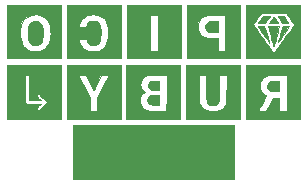
<source format=gbr>
%TF.GenerationSoftware,KiCad,Pcbnew,(5.1.10-1-10_14)*%
%TF.CreationDate,2021-10-23T10:25:26+09:00*%
%TF.ProjectId,PicoRubyMacroPad_Plate,5069636f-5275-4627-994d-6163726f5061,rev?*%
%TF.SameCoordinates,Original*%
%TF.FileFunction,Legend,Bot*%
%TF.FilePolarity,Positive*%
%FSLAX46Y46*%
G04 Gerber Fmt 4.6, Leading zero omitted, Abs format (unit mm)*
G04 Created by KiCad (PCBNEW (5.1.10-1-10_14)) date 2021-10-23 10:25:26*
%MOMM*%
%LPD*%
G01*
G04 APERTURE LIST*
%ADD10C,0.010000*%
G04 APERTURE END LIST*
D10*
%TO.C,G\u002A\u002A\u002A*%
G36*
X113358507Y-80494893D02*
G01*
X113196647Y-80563888D01*
X113053853Y-80686461D01*
X112953588Y-80837288D01*
X112899938Y-80988554D01*
X112862785Y-81186667D01*
X112844056Y-81412326D01*
X112845675Y-81646231D01*
X112858354Y-81791953D01*
X112901731Y-82039547D01*
X112966427Y-82229678D01*
X113057373Y-82370607D01*
X113179500Y-82470591D01*
X113295425Y-82524000D01*
X113428820Y-82561769D01*
X113541823Y-82563913D01*
X113671109Y-82530402D01*
X113690345Y-82523667D01*
X113837234Y-82450220D01*
X113950429Y-82340303D01*
X114044477Y-82179228D01*
X114055565Y-82154868D01*
X114088556Y-82072515D01*
X114110853Y-81990247D01*
X114124531Y-81891910D01*
X114131664Y-81761352D01*
X114134326Y-81582420D01*
X114134502Y-81540134D01*
X114132524Y-81329285D01*
X114124071Y-81170307D01*
X114107618Y-81047520D01*
X114081640Y-80945242D01*
X114074582Y-80924184D01*
X113979914Y-80737890D01*
X113850138Y-80600974D01*
X113696088Y-80514276D01*
X113528599Y-80478636D01*
X113358507Y-80494893D01*
G37*
X113358507Y-80494893D02*
X113196647Y-80563888D01*
X113053853Y-80686461D01*
X112953588Y-80837288D01*
X112899938Y-80988554D01*
X112862785Y-81186667D01*
X112844056Y-81412326D01*
X112845675Y-81646231D01*
X112858354Y-81791953D01*
X112901731Y-82039547D01*
X112966427Y-82229678D01*
X113057373Y-82370607D01*
X113179500Y-82470591D01*
X113295425Y-82524000D01*
X113428820Y-82561769D01*
X113541823Y-82563913D01*
X113671109Y-82530402D01*
X113690345Y-82523667D01*
X113837234Y-82450220D01*
X113950429Y-82340303D01*
X114044477Y-82179228D01*
X114055565Y-82154868D01*
X114088556Y-82072515D01*
X114110853Y-81990247D01*
X114124531Y-81891910D01*
X114131664Y-81761352D01*
X114134326Y-81582420D01*
X114134502Y-81540134D01*
X114132524Y-81329285D01*
X114124071Y-81170307D01*
X114107618Y-81047520D01*
X114081640Y-80945242D01*
X114074582Y-80924184D01*
X113979914Y-80737890D01*
X113850138Y-80600974D01*
X113696088Y-80514276D01*
X113528599Y-80478636D01*
X113358507Y-80494893D01*
G36*
X128400688Y-80513718D02*
G01*
X128240672Y-80532683D01*
X128156321Y-80555962D01*
X128028581Y-80644242D01*
X127942386Y-80779427D01*
X127904138Y-80950521D01*
X127902794Y-80991482D01*
X127917827Y-81151277D01*
X127967361Y-81272668D01*
X128057624Y-81359718D01*
X128194846Y-81416486D01*
X128385254Y-81447032D01*
X128614553Y-81455467D01*
X128952534Y-81455467D01*
X128952534Y-80507200D01*
X128612779Y-80507200D01*
X128400688Y-80513718D01*
G37*
X128400688Y-80513718D02*
X128240672Y-80532683D01*
X128156321Y-80555962D01*
X128028581Y-80644242D01*
X127942386Y-80779427D01*
X127904138Y-80950521D01*
X127902794Y-80991482D01*
X127917827Y-81151277D01*
X127967361Y-81272668D01*
X128057624Y-81359718D01*
X128194846Y-81416486D01*
X128385254Y-81447032D01*
X128614553Y-81455467D01*
X128952534Y-81455467D01*
X128952534Y-80507200D01*
X128612779Y-80507200D01*
X128400688Y-80513718D01*
G36*
X132620279Y-80329400D02*
G01*
X132531041Y-80446607D01*
X132456451Y-80546386D01*
X132406940Y-80614692D01*
X132393915Y-80634200D01*
X132397146Y-80655150D01*
X132442618Y-80668055D01*
X132539243Y-80674252D01*
X132667402Y-80675248D01*
X132965734Y-80673963D01*
X133052679Y-80548248D01*
X133121614Y-80449754D01*
X133207772Y-80328220D01*
X133267522Y-80244733D01*
X133395421Y-80066934D01*
X132821797Y-80066934D01*
X132620279Y-80329400D01*
G37*
X132620279Y-80329400D02*
X132531041Y-80446607D01*
X132456451Y-80546386D01*
X132406940Y-80614692D01*
X132393915Y-80634200D01*
X132397146Y-80655150D01*
X132442618Y-80668055D01*
X132539243Y-80674252D01*
X132667402Y-80675248D01*
X132965734Y-80673963D01*
X133052679Y-80548248D01*
X133121614Y-80449754D01*
X133207772Y-80328220D01*
X133267522Y-80244733D01*
X133395421Y-80066934D01*
X132821797Y-80066934D01*
X132620279Y-80329400D01*
G36*
X133651730Y-80160602D02*
G01*
X133601966Y-80228183D01*
X133536330Y-80322072D01*
X133465191Y-80426931D01*
X133398921Y-80527423D01*
X133347891Y-80608208D01*
X133322472Y-80653951D01*
X133321334Y-80658071D01*
X133352926Y-80665472D01*
X133438615Y-80671459D01*
X133564767Y-80675360D01*
X133695866Y-80676534D01*
X133864322Y-80674853D01*
X133973514Y-80669134D01*
X134031843Y-80658356D01*
X134047711Y-80641501D01*
X134044923Y-80634200D01*
X134005525Y-80574512D01*
X133943490Y-80486510D01*
X133869727Y-80384938D01*
X133795148Y-80284540D01*
X133730663Y-80200058D01*
X133687182Y-80146235D01*
X133675249Y-80134667D01*
X133651730Y-80160602D01*
G37*
X133651730Y-80160602D02*
X133601966Y-80228183D01*
X133536330Y-80322072D01*
X133465191Y-80426931D01*
X133398921Y-80527423D01*
X133347891Y-80608208D01*
X133322472Y-80653951D01*
X133321334Y-80658071D01*
X133352926Y-80665472D01*
X133438615Y-80671459D01*
X133564767Y-80675360D01*
X133695866Y-80676534D01*
X133864322Y-80674853D01*
X133973514Y-80669134D01*
X134031843Y-80658356D01*
X134047711Y-80641501D01*
X134044923Y-80634200D01*
X134005525Y-80574512D01*
X133943490Y-80486510D01*
X133869727Y-80384938D01*
X133795148Y-80284540D01*
X133730663Y-80200058D01*
X133687182Y-80146235D01*
X133675249Y-80134667D01*
X133651730Y-80160602D01*
G36*
X134126547Y-80069456D02*
G01*
X134046861Y-80078063D01*
X134016694Y-80094308D01*
X134019106Y-80109267D01*
X134048372Y-80154415D01*
X134106485Y-80240207D01*
X134183375Y-80351849D01*
X134226637Y-80414067D01*
X134409732Y-80676534D01*
X134680332Y-80676534D01*
X134818527Y-80674042D01*
X134898187Y-80665528D01*
X134928365Y-80649429D01*
X134925759Y-80634200D01*
X134896179Y-80589026D01*
X134837847Y-80503183D01*
X134760871Y-80391480D01*
X134717741Y-80329400D01*
X134534895Y-80066934D01*
X134264783Y-80066934D01*
X134126547Y-80069456D01*
G37*
X134126547Y-80069456D02*
X134046861Y-80078063D01*
X134016694Y-80094308D01*
X134019106Y-80109267D01*
X134048372Y-80154415D01*
X134106485Y-80240207D01*
X134183375Y-80351849D01*
X134226637Y-80414067D01*
X134409732Y-80676534D01*
X134680332Y-80676534D01*
X134818527Y-80674042D01*
X134898187Y-80665528D01*
X134928365Y-80649429D01*
X134925759Y-80634200D01*
X134896179Y-80589026D01*
X134837847Y-80503183D01*
X134760871Y-80391480D01*
X134717741Y-80329400D01*
X134534895Y-80066934D01*
X134264783Y-80066934D01*
X134126547Y-80069456D01*
G36*
X132391683Y-80954215D02*
G01*
X132342477Y-80960386D01*
X132339201Y-80963094D01*
X132358110Y-80994578D01*
X132411245Y-81073272D01*
X132493215Y-81191449D01*
X132598628Y-81341379D01*
X132722093Y-81515334D01*
X132818527Y-81650264D01*
X132972326Y-81864860D01*
X133091134Y-82030534D01*
X133179442Y-82153399D01*
X133241743Y-82239570D01*
X133282528Y-82295158D01*
X133306289Y-82326279D01*
X133317518Y-82339045D01*
X133320706Y-82339570D01*
X133320345Y-82333968D01*
X133320277Y-82333178D01*
X133310188Y-82298136D01*
X133282595Y-82208242D01*
X133240523Y-82073191D01*
X133186996Y-81902679D01*
X133125039Y-81706402D01*
X133104560Y-81641734D01*
X132889900Y-80964400D01*
X132614550Y-80954564D01*
X132487665Y-80952111D01*
X132391683Y-80954215D01*
G37*
X132391683Y-80954215D02*
X132342477Y-80960386D01*
X132339201Y-80963094D01*
X132358110Y-80994578D01*
X132411245Y-81073272D01*
X132493215Y-81191449D01*
X132598628Y-81341379D01*
X132722093Y-81515334D01*
X132818527Y-81650264D01*
X132972326Y-81864860D01*
X133091134Y-82030534D01*
X133179442Y-82153399D01*
X133241743Y-82239570D01*
X133282528Y-82295158D01*
X133306289Y-82326279D01*
X133317518Y-82339045D01*
X133320706Y-82339570D01*
X133320345Y-82333968D01*
X133320277Y-82333178D01*
X133310188Y-82298136D01*
X133282595Y-82208242D01*
X133240523Y-82073191D01*
X133186996Y-81902679D01*
X133125039Y-81706402D01*
X133104560Y-81641734D01*
X132889900Y-80964400D01*
X132614550Y-80954564D01*
X132487665Y-80952111D01*
X132391683Y-80954215D01*
G36*
X134736168Y-80954575D02*
G01*
X134459011Y-80964400D01*
X134248113Y-81641251D01*
X134185639Y-81842856D01*
X134131097Y-82020979D01*
X134087355Y-82166085D01*
X134057277Y-82268636D01*
X134043729Y-82319096D01*
X134043341Y-82322677D01*
X134063520Y-82297393D01*
X134117061Y-82223875D01*
X134198699Y-82109529D01*
X134303170Y-81961762D01*
X134425211Y-81787979D01*
X134531396Y-81636000D01*
X135013325Y-80944749D01*
X134736168Y-80954575D01*
G37*
X134736168Y-80954575D02*
X134459011Y-80964400D01*
X134248113Y-81641251D01*
X134185639Y-81842856D01*
X134131097Y-82020979D01*
X134087355Y-82166085D01*
X134057277Y-82268636D01*
X134043729Y-82319096D01*
X134043341Y-82322677D01*
X134063520Y-82297393D01*
X134117061Y-82223875D01*
X134198699Y-82109529D01*
X134303170Y-81961762D01*
X134425211Y-81787979D01*
X134531396Y-81636000D01*
X135013325Y-80944749D01*
X134736168Y-80954575D01*
G36*
X133427458Y-81798623D02*
G01*
X133489760Y-82027703D01*
X133546624Y-82234409D01*
X133595589Y-82409986D01*
X133634193Y-82545681D01*
X133659975Y-82632736D01*
X133670245Y-82662333D01*
X133682813Y-82635532D01*
X133710055Y-82553418D01*
X133748899Y-82426046D01*
X133796272Y-82263469D01*
X133844988Y-82090577D01*
X133904301Y-81876821D01*
X133963752Y-81662438D01*
X134018336Y-81465488D01*
X134063045Y-81304033D01*
X134084387Y-81226867D01*
X134161595Y-80947467D01*
X133197225Y-80947467D01*
X133427458Y-81798623D01*
G37*
X133427458Y-81798623D02*
X133489760Y-82027703D01*
X133546624Y-82234409D01*
X133595589Y-82409986D01*
X133634193Y-82545681D01*
X133659975Y-82632736D01*
X133670245Y-82662333D01*
X133682813Y-82635532D01*
X133710055Y-82553418D01*
X133748899Y-82426046D01*
X133796272Y-82263469D01*
X133844988Y-82090577D01*
X133904301Y-81876821D01*
X133963752Y-81662438D01*
X134018336Y-81465488D01*
X134063045Y-81304033D01*
X134084387Y-81226867D01*
X134161595Y-80947467D01*
X133197225Y-80947467D01*
X133427458Y-81798623D01*
G36*
X123604236Y-85592670D02*
G01*
X123438219Y-85599068D01*
X123324978Y-85608067D01*
X123249558Y-85622728D01*
X123197004Y-85646112D01*
X123152360Y-85681279D01*
X123147036Y-85686237D01*
X123092064Y-85751531D01*
X123066100Y-85829266D01*
X123059734Y-85942800D01*
X123077616Y-86084027D01*
X123135036Y-86190009D01*
X123237653Y-86264129D01*
X123391128Y-86309767D01*
X123601120Y-86330308D01*
X123711444Y-86332267D01*
X123974134Y-86332267D01*
X123974134Y-85581207D01*
X123604236Y-85592670D01*
G37*
X123604236Y-85592670D02*
X123438219Y-85599068D01*
X123324978Y-85608067D01*
X123249558Y-85622728D01*
X123197004Y-85646112D01*
X123152360Y-85681279D01*
X123147036Y-85686237D01*
X123092064Y-85751531D01*
X123066100Y-85829266D01*
X123059734Y-85942800D01*
X123077616Y-86084027D01*
X123135036Y-86190009D01*
X123237653Y-86264129D01*
X123391128Y-86309767D01*
X123601120Y-86330308D01*
X123711444Y-86332267D01*
X123974134Y-86332267D01*
X123974134Y-85581207D01*
X123604236Y-85592670D01*
G36*
X123694734Y-86773341D02*
G01*
X123450930Y-86782840D01*
X123266440Y-86812310D01*
X123134788Y-86865601D01*
X123049501Y-86946566D01*
X123004104Y-87059056D01*
X122992001Y-87191369D01*
X123001257Y-87320344D01*
X123033454Y-87407356D01*
X123062986Y-87445556D01*
X123130556Y-87505669D01*
X123210387Y-87546237D01*
X123316712Y-87570722D01*
X123463766Y-87582585D01*
X123637672Y-87585334D01*
X123974134Y-87585334D01*
X123974134Y-86772533D01*
X123694734Y-86773341D01*
G37*
X123694734Y-86773341D02*
X123450930Y-86782840D01*
X123266440Y-86812310D01*
X123134788Y-86865601D01*
X123049501Y-86946566D01*
X123004104Y-87059056D01*
X122992001Y-87191369D01*
X123001257Y-87320344D01*
X123033454Y-87407356D01*
X123062986Y-87445556D01*
X123130556Y-87505669D01*
X123210387Y-87546237D01*
X123316712Y-87570722D01*
X123463766Y-87582585D01*
X123637672Y-87585334D01*
X123974134Y-87585334D01*
X123974134Y-86772533D01*
X123694734Y-86773341D01*
G36*
X133643562Y-85590468D02*
G01*
X133506640Y-85599245D01*
X133406671Y-85611988D01*
X133374354Y-85620223D01*
X133273260Y-85692075D01*
X133200151Y-85808867D01*
X133159781Y-85951915D01*
X133156902Y-86102536D01*
X133196266Y-86242045D01*
X133209779Y-86267228D01*
X133278638Y-86353727D01*
X133373109Y-86413058D01*
X133504669Y-86449058D01*
X133684794Y-86465569D01*
X133809052Y-86467733D01*
X134134134Y-86467733D01*
X134134134Y-85587200D01*
X133797672Y-85587200D01*
X133643562Y-85590468D01*
G37*
X133643562Y-85590468D02*
X133506640Y-85599245D01*
X133406671Y-85611988D01*
X133374354Y-85620223D01*
X133273260Y-85692075D01*
X133200151Y-85808867D01*
X133159781Y-85951915D01*
X133156902Y-86102536D01*
X133196266Y-86242045D01*
X133209779Y-86267228D01*
X133278638Y-86353727D01*
X133373109Y-86413058D01*
X133504669Y-86449058D01*
X133684794Y-86465569D01*
X133809052Y-86467733D01*
X134134134Y-86467733D01*
X134134134Y-85587200D01*
X133797672Y-85587200D01*
X133643562Y-85590468D01*
G36*
X111138667Y-83656800D02*
G01*
X115710667Y-83656800D01*
X115710667Y-81523200D01*
X114796267Y-81523200D01*
X114780726Y-81848968D01*
X114731713Y-82125028D01*
X114645645Y-82362455D01*
X114518939Y-82572325D01*
X114417221Y-82694743D01*
X114245537Y-82857210D01*
X114069314Y-82969877D01*
X113873223Y-83038654D01*
X113641935Y-83069452D01*
X113440472Y-83071304D01*
X113272642Y-83063574D01*
X113149172Y-83048276D01*
X113046753Y-83020759D01*
X112942075Y-82976367D01*
X112926034Y-82968600D01*
X112691178Y-82817147D01*
X112499267Y-82615167D01*
X112351890Y-82365775D01*
X112250637Y-82072088D01*
X112197098Y-81737222D01*
X112188534Y-81523200D01*
X112210789Y-81168456D01*
X112278576Y-80860488D01*
X112393430Y-80594575D01*
X112556884Y-80365997D01*
X112568817Y-80352768D01*
X112767754Y-80171169D01*
X112985780Y-80047309D01*
X113240853Y-79971266D01*
X113269025Y-79965921D01*
X113545303Y-79943735D01*
X113810041Y-79982613D01*
X114077416Y-80084708D01*
X114088810Y-80090358D01*
X114322650Y-80241683D01*
X114509063Y-80438534D01*
X114648614Y-80682063D01*
X114741873Y-80973419D01*
X114789408Y-81313753D01*
X114796267Y-81523200D01*
X115710667Y-81523200D01*
X115710667Y-79118667D01*
X111138667Y-79118667D01*
X111138667Y-83656800D01*
G37*
X111138667Y-83656800D02*
X115710667Y-83656800D01*
X115710667Y-81523200D01*
X114796267Y-81523200D01*
X114780726Y-81848968D01*
X114731713Y-82125028D01*
X114645645Y-82362455D01*
X114518939Y-82572325D01*
X114417221Y-82694743D01*
X114245537Y-82857210D01*
X114069314Y-82969877D01*
X113873223Y-83038654D01*
X113641935Y-83069452D01*
X113440472Y-83071304D01*
X113272642Y-83063574D01*
X113149172Y-83048276D01*
X113046753Y-83020759D01*
X112942075Y-82976367D01*
X112926034Y-82968600D01*
X112691178Y-82817147D01*
X112499267Y-82615167D01*
X112351890Y-82365775D01*
X112250637Y-82072088D01*
X112197098Y-81737222D01*
X112188534Y-81523200D01*
X112210789Y-81168456D01*
X112278576Y-80860488D01*
X112393430Y-80594575D01*
X112556884Y-80365997D01*
X112568817Y-80352768D01*
X112767754Y-80171169D01*
X112985780Y-80047309D01*
X113240853Y-79971266D01*
X113269025Y-79965921D01*
X113545303Y-79943735D01*
X113810041Y-79982613D01*
X114077416Y-80084708D01*
X114088810Y-80090358D01*
X114322650Y-80241683D01*
X114509063Y-80438534D01*
X114648614Y-80682063D01*
X114741873Y-80973419D01*
X114789408Y-81313753D01*
X114796267Y-81523200D01*
X115710667Y-81523200D01*
X115710667Y-79118667D01*
X111138667Y-79118667D01*
X111138667Y-83656800D01*
G36*
X116184800Y-83656800D02*
G01*
X120722934Y-83656800D01*
X120722934Y-81523200D01*
X119686595Y-81523200D01*
X119666336Y-81886492D01*
X119607423Y-82197122D01*
X119508308Y-82459097D01*
X119367442Y-82676420D01*
X119183276Y-82853097D01*
X119167808Y-82864722D01*
X119018587Y-82961265D01*
X118868623Y-83024904D01*
X118699361Y-83060431D01*
X118492243Y-83072639D01*
X118367240Y-83071460D01*
X118202103Y-83065213D01*
X118081932Y-83053076D01*
X117983966Y-83030246D01*
X117885447Y-82991918D01*
X117801395Y-82952030D01*
X117642756Y-82859356D01*
X117507105Y-82753266D01*
X117456493Y-82701332D01*
X117368774Y-82576477D01*
X117290123Y-82425367D01*
X117231060Y-82272139D01*
X117202103Y-82140929D01*
X117200800Y-82114596D01*
X117203224Y-82075746D01*
X117219012Y-82051339D01*
X117260937Y-82038021D01*
X117341775Y-82032431D01*
X117474300Y-82031215D01*
X117518103Y-82031200D01*
X117835405Y-82031200D01*
X117854196Y-82146998D01*
X117910290Y-82317949D01*
X118015617Y-82442484D01*
X118170278Y-82520679D01*
X118374374Y-82552608D01*
X118403067Y-82553346D01*
X118596411Y-82536287D01*
X118745152Y-82474815D01*
X118860976Y-82362195D01*
X118928000Y-82250765D01*
X118962327Y-82176323D01*
X118986547Y-82103084D01*
X119002842Y-82016352D01*
X119013390Y-81901430D01*
X119020373Y-81743623D01*
X119024257Y-81601876D01*
X119027336Y-81383411D01*
X119023833Y-81217038D01*
X119012711Y-81087344D01*
X118992935Y-80978916D01*
X118978830Y-80925624D01*
X118895520Y-80732270D01*
X118775026Y-80591733D01*
X118620863Y-80507519D01*
X118541006Y-80488867D01*
X118320537Y-80480367D01*
X118137311Y-80524978D01*
X117994737Y-80620815D01*
X117896224Y-80765994D01*
X117862624Y-80863939D01*
X117819997Y-81032134D01*
X117510399Y-81041871D01*
X117200800Y-81051609D01*
X117200800Y-80950008D01*
X117227542Y-80779913D01*
X117301055Y-80593941D01*
X117411269Y-80413052D01*
X117520325Y-80284858D01*
X117706684Y-80130048D01*
X117910423Y-80026673D01*
X118145450Y-79969401D01*
X118386134Y-79952929D01*
X118692404Y-79977525D01*
X118958998Y-80056979D01*
X119186147Y-80191465D01*
X119374087Y-80381155D01*
X119523051Y-80626224D01*
X119614339Y-80862339D01*
X119648383Y-80986705D01*
X119670301Y-81110412D01*
X119682292Y-81253574D01*
X119686555Y-81436303D01*
X119686595Y-81523200D01*
X120722934Y-81523200D01*
X120722934Y-79118667D01*
X116184800Y-79118667D01*
X116184800Y-83656800D01*
G37*
X116184800Y-83656800D02*
X120722934Y-83656800D01*
X120722934Y-81523200D01*
X119686595Y-81523200D01*
X119666336Y-81886492D01*
X119607423Y-82197122D01*
X119508308Y-82459097D01*
X119367442Y-82676420D01*
X119183276Y-82853097D01*
X119167808Y-82864722D01*
X119018587Y-82961265D01*
X118868623Y-83024904D01*
X118699361Y-83060431D01*
X118492243Y-83072639D01*
X118367240Y-83071460D01*
X118202103Y-83065213D01*
X118081932Y-83053076D01*
X117983966Y-83030246D01*
X117885447Y-82991918D01*
X117801395Y-82952030D01*
X117642756Y-82859356D01*
X117507105Y-82753266D01*
X117456493Y-82701332D01*
X117368774Y-82576477D01*
X117290123Y-82425367D01*
X117231060Y-82272139D01*
X117202103Y-82140929D01*
X117200800Y-82114596D01*
X117203224Y-82075746D01*
X117219012Y-82051339D01*
X117260937Y-82038021D01*
X117341775Y-82032431D01*
X117474300Y-82031215D01*
X117518103Y-82031200D01*
X117835405Y-82031200D01*
X117854196Y-82146998D01*
X117910290Y-82317949D01*
X118015617Y-82442484D01*
X118170278Y-82520679D01*
X118374374Y-82552608D01*
X118403067Y-82553346D01*
X118596411Y-82536287D01*
X118745152Y-82474815D01*
X118860976Y-82362195D01*
X118928000Y-82250765D01*
X118962327Y-82176323D01*
X118986547Y-82103084D01*
X119002842Y-82016352D01*
X119013390Y-81901430D01*
X119020373Y-81743623D01*
X119024257Y-81601876D01*
X119027336Y-81383411D01*
X119023833Y-81217038D01*
X119012711Y-81087344D01*
X118992935Y-80978916D01*
X118978830Y-80925624D01*
X118895520Y-80732270D01*
X118775026Y-80591733D01*
X118620863Y-80507519D01*
X118541006Y-80488867D01*
X118320537Y-80480367D01*
X118137311Y-80524978D01*
X117994737Y-80620815D01*
X117896224Y-80765994D01*
X117862624Y-80863939D01*
X117819997Y-81032134D01*
X117510399Y-81041871D01*
X117200800Y-81051609D01*
X117200800Y-80950008D01*
X117227542Y-80779913D01*
X117301055Y-80593941D01*
X117411269Y-80413052D01*
X117520325Y-80284858D01*
X117706684Y-80130048D01*
X117910423Y-80026673D01*
X118145450Y-79969401D01*
X118386134Y-79952929D01*
X118692404Y-79977525D01*
X118958998Y-80056979D01*
X119186147Y-80191465D01*
X119374087Y-80381155D01*
X119523051Y-80626224D01*
X119614339Y-80862339D01*
X119648383Y-80986705D01*
X119670301Y-81110412D01*
X119682292Y-81253574D01*
X119686555Y-81436303D01*
X119686595Y-81523200D01*
X120722934Y-81523200D01*
X120722934Y-79118667D01*
X116184800Y-79118667D01*
X116184800Y-83656800D01*
G36*
X121264801Y-83656800D02*
G01*
X125802934Y-83656800D01*
X125802934Y-79999200D01*
X123872534Y-79999200D01*
X123872534Y-83047200D01*
X123229067Y-83047200D01*
X123229067Y-79999200D01*
X123872534Y-79999200D01*
X125802934Y-79999200D01*
X125802934Y-79118667D01*
X121264801Y-79118667D01*
X121264801Y-83656800D01*
G37*
X121264801Y-83656800D02*
X125802934Y-83656800D01*
X125802934Y-79999200D01*
X123872534Y-79999200D01*
X123872534Y-83047200D01*
X123229067Y-83047200D01*
X123229067Y-79999200D01*
X123872534Y-79999200D01*
X125802934Y-79999200D01*
X125802934Y-79118667D01*
X121264801Y-79118667D01*
X121264801Y-83656800D01*
G36*
X126310934Y-83656800D02*
G01*
X130849067Y-83656800D01*
X130849067Y-83047200D01*
X129596001Y-83047200D01*
X128952534Y-83047200D01*
X128952534Y-81963467D01*
X128535347Y-81963467D01*
X128279207Y-81957353D01*
X128074215Y-81936617D01*
X127904692Y-81897664D01*
X127754957Y-81836900D01*
X127610450Y-81751484D01*
X127449375Y-81604970D01*
X127334334Y-81420593D01*
X127265784Y-81210596D01*
X127244181Y-80987218D01*
X127269982Y-80762702D01*
X127343641Y-80549289D01*
X127465615Y-80359220D01*
X127555171Y-80267561D01*
X127643029Y-80193684D01*
X127725076Y-80135792D01*
X127811133Y-80091805D01*
X127911018Y-80059641D01*
X128034550Y-80037219D01*
X128191548Y-80022458D01*
X128391831Y-80013275D01*
X128645218Y-80007590D01*
X128791667Y-80005451D01*
X129596001Y-79994769D01*
X129596001Y-83047200D01*
X130849067Y-83047200D01*
X130849067Y-79118667D01*
X126310934Y-79118667D01*
X126310934Y-83656800D01*
G37*
X126310934Y-83656800D02*
X130849067Y-83656800D01*
X130849067Y-83047200D01*
X129596001Y-83047200D01*
X128952534Y-83047200D01*
X128952534Y-81963467D01*
X128535347Y-81963467D01*
X128279207Y-81957353D01*
X128074215Y-81936617D01*
X127904692Y-81897664D01*
X127754957Y-81836900D01*
X127610450Y-81751484D01*
X127449375Y-81604970D01*
X127334334Y-81420593D01*
X127265784Y-81210596D01*
X127244181Y-80987218D01*
X127269982Y-80762702D01*
X127343641Y-80549289D01*
X127465615Y-80359220D01*
X127555171Y-80267561D01*
X127643029Y-80193684D01*
X127725076Y-80135792D01*
X127811133Y-80091805D01*
X127911018Y-80059641D01*
X128034550Y-80037219D01*
X128191548Y-80022458D01*
X128391831Y-80013275D01*
X128645218Y-80007590D01*
X128791667Y-80005451D01*
X129596001Y-79994769D01*
X129596001Y-83047200D01*
X130849067Y-83047200D01*
X130849067Y-79118667D01*
X126310934Y-79118667D01*
X126310934Y-83656800D01*
G36*
X131357067Y-83656800D02*
G01*
X135895200Y-83656800D01*
X135895200Y-80827304D01*
X135400103Y-80827304D01*
X135381468Y-80862442D01*
X135326551Y-80946151D01*
X135239461Y-81072626D01*
X135124307Y-81236064D01*
X134985199Y-81430663D01*
X134826245Y-81650618D01*
X134651554Y-81890128D01*
X134540534Y-82041296D01*
X134316235Y-82344751D01*
X134128641Y-82595841D01*
X133975396Y-82797536D01*
X133854139Y-82952807D01*
X133762513Y-83064622D01*
X133698159Y-83135951D01*
X133658719Y-83169764D01*
X133643067Y-83171282D01*
X133616252Y-83135540D01*
X133553657Y-83051184D01*
X133459662Y-82924144D01*
X133338648Y-82760351D01*
X133194994Y-82565734D01*
X133033080Y-82346223D01*
X132857287Y-82107748D01*
X132768248Y-81986909D01*
X132588882Y-81742465D01*
X132423119Y-81514657D01*
X132275074Y-81309283D01*
X132148864Y-81132141D01*
X132048603Y-80989029D01*
X131978409Y-80885743D01*
X131942396Y-80828083D01*
X131938515Y-80818120D01*
X131960924Y-80782953D01*
X132016281Y-80702039D01*
X132098091Y-80584698D01*
X132199862Y-80440249D01*
X132304134Y-80293395D01*
X132658533Y-79796000D01*
X133675734Y-79796840D01*
X134692934Y-79797679D01*
X135044503Y-80291945D01*
X135157996Y-80453401D01*
X135256699Y-80597433D01*
X135334204Y-80714397D01*
X135384105Y-80794646D01*
X135400103Y-80827304D01*
X135895200Y-80827304D01*
X135895200Y-79118667D01*
X131357067Y-79118667D01*
X131357067Y-83656800D01*
G37*
X131357067Y-83656800D02*
X135895200Y-83656800D01*
X135895200Y-80827304D01*
X135400103Y-80827304D01*
X135381468Y-80862442D01*
X135326551Y-80946151D01*
X135239461Y-81072626D01*
X135124307Y-81236064D01*
X134985199Y-81430663D01*
X134826245Y-81650618D01*
X134651554Y-81890128D01*
X134540534Y-82041296D01*
X134316235Y-82344751D01*
X134128641Y-82595841D01*
X133975396Y-82797536D01*
X133854139Y-82952807D01*
X133762513Y-83064622D01*
X133698159Y-83135951D01*
X133658719Y-83169764D01*
X133643067Y-83171282D01*
X133616252Y-83135540D01*
X133553657Y-83051184D01*
X133459662Y-82924144D01*
X133338648Y-82760351D01*
X133194994Y-82565734D01*
X133033080Y-82346223D01*
X132857287Y-82107748D01*
X132768248Y-81986909D01*
X132588882Y-81742465D01*
X132423119Y-81514657D01*
X132275074Y-81309283D01*
X132148864Y-81132141D01*
X132048603Y-80989029D01*
X131978409Y-80885743D01*
X131942396Y-80828083D01*
X131938515Y-80818120D01*
X131960924Y-80782953D01*
X132016281Y-80702039D01*
X132098091Y-80584698D01*
X132199862Y-80440249D01*
X132304134Y-80293395D01*
X132658533Y-79796000D01*
X133675734Y-79796840D01*
X134692934Y-79797679D01*
X135044503Y-80291945D01*
X135157996Y-80453401D01*
X135256699Y-80597433D01*
X135334204Y-80714397D01*
X135384105Y-80794646D01*
X135400103Y-80827304D01*
X135895200Y-80827304D01*
X135895200Y-79118667D01*
X131357067Y-79118667D01*
X131357067Y-83656800D01*
G36*
X111138667Y-88770667D02*
G01*
X115710667Y-88770667D01*
X115710667Y-87355430D01*
X114474534Y-87355430D01*
X113695600Y-88095740D01*
X113684599Y-87933670D01*
X113682016Y-87837239D01*
X113698494Y-87771309D01*
X113745864Y-87709843D01*
X113815955Y-87644600D01*
X113958312Y-87517600D01*
X113344356Y-87517600D01*
X113124774Y-87517105D01*
X112962688Y-87514943D01*
X112847861Y-87510096D01*
X112770060Y-87501548D01*
X112719048Y-87488282D01*
X112684591Y-87469280D01*
X112662667Y-87449867D01*
X112644437Y-87429073D01*
X112629806Y-87402274D01*
X112618379Y-87362363D01*
X112609762Y-87302229D01*
X112603559Y-87214764D01*
X112599376Y-87092859D01*
X112596817Y-86929405D01*
X112595489Y-86717293D01*
X112594994Y-86449414D01*
X112594934Y-86230667D01*
X112594934Y-85079200D01*
X112930790Y-85079200D01*
X112940662Y-86113401D01*
X112943932Y-86411478D01*
X112947688Y-86648712D01*
X112952322Y-86831995D01*
X112958226Y-86968217D01*
X112965792Y-87064269D01*
X112975413Y-87127042D01*
X112987480Y-87163428D01*
X113001334Y-87179682D01*
X113052703Y-87191510D01*
X113157564Y-87201296D01*
X113301683Y-87208154D01*
X113470830Y-87211200D01*
X113509334Y-87211271D01*
X113966534Y-87210779D01*
X113822076Y-87084790D01*
X113738380Y-87006363D01*
X113695343Y-86942562D01*
X113679773Y-86866923D01*
X113678143Y-86796013D01*
X113678733Y-86729054D01*
X113684432Y-86684878D01*
X113701876Y-86666978D01*
X113737705Y-86678848D01*
X113798556Y-86723984D01*
X113891066Y-86805877D01*
X114021874Y-86928024D01*
X114138970Y-87038582D01*
X114474534Y-87355430D01*
X115710667Y-87355430D01*
X115710667Y-84232534D01*
X111138667Y-84232534D01*
X111138667Y-88770667D01*
G37*
X111138667Y-88770667D02*
X115710667Y-88770667D01*
X115710667Y-87355430D01*
X114474534Y-87355430D01*
X113695600Y-88095740D01*
X113684599Y-87933670D01*
X113682016Y-87837239D01*
X113698494Y-87771309D01*
X113745864Y-87709843D01*
X113815955Y-87644600D01*
X113958312Y-87517600D01*
X113344356Y-87517600D01*
X113124774Y-87517105D01*
X112962688Y-87514943D01*
X112847861Y-87510096D01*
X112770060Y-87501548D01*
X112719048Y-87488282D01*
X112684591Y-87469280D01*
X112662667Y-87449867D01*
X112644437Y-87429073D01*
X112629806Y-87402274D01*
X112618379Y-87362363D01*
X112609762Y-87302229D01*
X112603559Y-87214764D01*
X112599376Y-87092859D01*
X112596817Y-86929405D01*
X112595489Y-86717293D01*
X112594994Y-86449414D01*
X112594934Y-86230667D01*
X112594934Y-85079200D01*
X112930790Y-85079200D01*
X112940662Y-86113401D01*
X112943932Y-86411478D01*
X112947688Y-86648712D01*
X112952322Y-86831995D01*
X112958226Y-86968217D01*
X112965792Y-87064269D01*
X112975413Y-87127042D01*
X112987480Y-87163428D01*
X113001334Y-87179682D01*
X113052703Y-87191510D01*
X113157564Y-87201296D01*
X113301683Y-87208154D01*
X113470830Y-87211200D01*
X113509334Y-87211271D01*
X113966534Y-87210779D01*
X113822076Y-87084790D01*
X113738380Y-87006363D01*
X113695343Y-86942562D01*
X113679773Y-86866923D01*
X113678143Y-86796013D01*
X113678733Y-86729054D01*
X113684432Y-86684878D01*
X113701876Y-86666978D01*
X113737705Y-86678848D01*
X113798556Y-86723984D01*
X113891066Y-86805877D01*
X114021874Y-86928024D01*
X114138970Y-87038582D01*
X114474534Y-87355430D01*
X115710667Y-87355430D01*
X115710667Y-84232534D01*
X111138667Y-84232534D01*
X111138667Y-88770667D01*
G36*
X116184800Y-88770667D02*
G01*
X120722934Y-88770667D01*
X120722934Y-85045334D01*
X119778388Y-85045334D01*
X119268528Y-86039662D01*
X118758667Y-87033990D01*
X118758667Y-88127200D01*
X118115200Y-88127200D01*
X118115200Y-86999665D01*
X117624134Y-86042678D01*
X117504215Y-85808332D01*
X117394889Y-85593441D01*
X117299852Y-85405366D01*
X117222798Y-85251468D01*
X117167422Y-85139108D01*
X117137419Y-85075648D01*
X117133067Y-85064328D01*
X117164542Y-85056324D01*
X117249513Y-85051620D01*
X117373804Y-85050699D01*
X117478545Y-85052615D01*
X117824024Y-85062267D01*
X118130479Y-85729109D01*
X118220878Y-85922843D01*
X118302586Y-86092313D01*
X118371288Y-86229028D01*
X118422670Y-86324499D01*
X118452419Y-86370235D01*
X118457420Y-86372576D01*
X118477009Y-86336047D01*
X118520112Y-86247238D01*
X118582292Y-86115568D01*
X118659116Y-85950456D01*
X118746147Y-85761321D01*
X118775426Y-85697267D01*
X119072946Y-85045334D01*
X119778388Y-85045334D01*
X120722934Y-85045334D01*
X120722934Y-84232534D01*
X116184800Y-84232534D01*
X116184800Y-88770667D01*
G37*
X116184800Y-88770667D02*
X120722934Y-88770667D01*
X120722934Y-85045334D01*
X119778388Y-85045334D01*
X119268528Y-86039662D01*
X118758667Y-87033990D01*
X118758667Y-88127200D01*
X118115200Y-88127200D01*
X118115200Y-86999665D01*
X117624134Y-86042678D01*
X117504215Y-85808332D01*
X117394889Y-85593441D01*
X117299852Y-85405366D01*
X117222798Y-85251468D01*
X117167422Y-85139108D01*
X117137419Y-85075648D01*
X117133067Y-85064328D01*
X117164542Y-85056324D01*
X117249513Y-85051620D01*
X117373804Y-85050699D01*
X117478545Y-85052615D01*
X117824024Y-85062267D01*
X118130479Y-85729109D01*
X118220878Y-85922843D01*
X118302586Y-86092313D01*
X118371288Y-86229028D01*
X118422670Y-86324499D01*
X118452419Y-86370235D01*
X118457420Y-86372576D01*
X118477009Y-86336047D01*
X118520112Y-86247238D01*
X118582292Y-86115568D01*
X118659116Y-85950456D01*
X118746147Y-85761321D01*
X118775426Y-85697267D01*
X119072946Y-85045334D01*
X119778388Y-85045334D01*
X120722934Y-85045334D01*
X120722934Y-84232534D01*
X116184800Y-84232534D01*
X116184800Y-88770667D01*
G36*
X121197067Y-88770667D02*
G01*
X125735200Y-88770667D01*
X125735200Y-86560423D01*
X124617600Y-86560423D01*
X124617052Y-86875276D01*
X124615482Y-87169260D01*
X124613004Y-87435455D01*
X124609732Y-87666943D01*
X124605780Y-87856804D01*
X124601260Y-87998122D01*
X124596286Y-88083976D01*
X124592200Y-88107954D01*
X124552246Y-88114902D01*
X124454819Y-88119720D01*
X124310151Y-88122267D01*
X124128475Y-88122401D01*
X123920022Y-88119980D01*
X123838667Y-88118419D01*
X123559159Y-88110920D01*
X123339300Y-88101247D01*
X123171024Y-88088779D01*
X123046266Y-88072893D01*
X122956959Y-88052970D01*
X122946373Y-88049676D01*
X122719164Y-87948603D01*
X122546594Y-87808846D01*
X122425223Y-87626575D01*
X122351612Y-87397959D01*
X122348947Y-87384314D01*
X122335972Y-87162520D01*
X122379100Y-86955548D01*
X122473246Y-86775163D01*
X122613321Y-86633134D01*
X122695965Y-86581734D01*
X122796275Y-86529862D01*
X122674105Y-86446845D01*
X122534359Y-86312311D01*
X122444968Y-86135721D01*
X122408862Y-85923379D01*
X122408320Y-85875067D01*
X122419756Y-85702024D01*
X122454860Y-85569115D01*
X122523427Y-85450178D01*
X122603655Y-85353352D01*
X122686344Y-85269967D01*
X122772785Y-85204052D01*
X122872201Y-85153408D01*
X122993818Y-85115833D01*
X123146862Y-85089126D01*
X123340557Y-85071085D01*
X123584129Y-85059510D01*
X123864067Y-85052608D01*
X124617600Y-85038802D01*
X124617600Y-86560423D01*
X125735200Y-86560423D01*
X125735200Y-84232534D01*
X121197067Y-84232534D01*
X121197067Y-88770667D01*
G37*
X121197067Y-88770667D02*
X125735200Y-88770667D01*
X125735200Y-86560423D01*
X124617600Y-86560423D01*
X124617052Y-86875276D01*
X124615482Y-87169260D01*
X124613004Y-87435455D01*
X124609732Y-87666943D01*
X124605780Y-87856804D01*
X124601260Y-87998122D01*
X124596286Y-88083976D01*
X124592200Y-88107954D01*
X124552246Y-88114902D01*
X124454819Y-88119720D01*
X124310151Y-88122267D01*
X124128475Y-88122401D01*
X123920022Y-88119980D01*
X123838667Y-88118419D01*
X123559159Y-88110920D01*
X123339300Y-88101247D01*
X123171024Y-88088779D01*
X123046266Y-88072893D01*
X122956959Y-88052970D01*
X122946373Y-88049676D01*
X122719164Y-87948603D01*
X122546594Y-87808846D01*
X122425223Y-87626575D01*
X122351612Y-87397959D01*
X122348947Y-87384314D01*
X122335972Y-87162520D01*
X122379100Y-86955548D01*
X122473246Y-86775163D01*
X122613321Y-86633134D01*
X122695965Y-86581734D01*
X122796275Y-86529862D01*
X122674105Y-86446845D01*
X122534359Y-86312311D01*
X122444968Y-86135721D01*
X122408862Y-85923379D01*
X122408320Y-85875067D01*
X122419756Y-85702024D01*
X122454860Y-85569115D01*
X122523427Y-85450178D01*
X122603655Y-85353352D01*
X122686344Y-85269967D01*
X122772785Y-85204052D01*
X122872201Y-85153408D01*
X122993818Y-85115833D01*
X123146862Y-85089126D01*
X123340557Y-85071085D01*
X123584129Y-85059510D01*
X123864067Y-85052608D01*
X124617600Y-85038802D01*
X124617600Y-86560423D01*
X125735200Y-86560423D01*
X125735200Y-84232534D01*
X121197067Y-84232534D01*
X121197067Y-88770667D01*
G36*
X126277067Y-88770667D02*
G01*
X130849067Y-88770667D01*
X130849067Y-85045334D01*
X129702352Y-85045334D01*
X129691510Y-86205267D01*
X129688386Y-86518079D01*
X129685155Y-86770770D01*
X129681344Y-86970950D01*
X129676480Y-87126232D01*
X129670087Y-87244226D01*
X129661693Y-87332544D01*
X129650824Y-87398797D01*
X129637005Y-87450595D01*
X129619764Y-87495550D01*
X129609824Y-87517600D01*
X129468642Y-87748244D01*
X129284164Y-87927188D01*
X129057589Y-88053800D01*
X128790116Y-88127450D01*
X128482946Y-88147504D01*
X128418471Y-88145114D01*
X128219645Y-88125609D01*
X128055488Y-88086271D01*
X127935472Y-88039331D01*
X127712586Y-87903097D01*
X127531734Y-87715808D01*
X127416251Y-87521746D01*
X127396749Y-87476590D01*
X127380990Y-87429178D01*
X127368494Y-87371874D01*
X127358781Y-87297043D01*
X127351369Y-87197048D01*
X127345778Y-87064254D01*
X127341527Y-86891025D01*
X127338136Y-86669726D01*
X127335124Y-86392720D01*
X127333377Y-86205267D01*
X127322887Y-85045334D01*
X127966255Y-85045334D01*
X127976795Y-86171400D01*
X127979904Y-86479337D01*
X127983165Y-86727001D01*
X127987041Y-86921851D01*
X127991997Y-87071347D01*
X127998496Y-87182947D01*
X128007001Y-87264111D01*
X128017976Y-87322298D01*
X128031885Y-87364968D01*
X128049190Y-87399580D01*
X128053579Y-87406986D01*
X128164204Y-87526732D01*
X128321532Y-87597452D01*
X128512267Y-87619200D01*
X128713501Y-87594663D01*
X128868096Y-87521071D01*
X128970955Y-87406986D01*
X128989085Y-87373157D01*
X129003714Y-87332940D01*
X129015306Y-87278877D01*
X129024324Y-87203508D01*
X129031232Y-87099374D01*
X129036493Y-86959016D01*
X129040571Y-86774973D01*
X129043930Y-86539788D01*
X129047033Y-86246000D01*
X129047740Y-86171400D01*
X129058279Y-85045334D01*
X129702352Y-85045334D01*
X130849067Y-85045334D01*
X130849067Y-84232534D01*
X126277067Y-84232534D01*
X126277067Y-88770667D01*
G37*
X126277067Y-88770667D02*
X130849067Y-88770667D01*
X130849067Y-85045334D01*
X129702352Y-85045334D01*
X129691510Y-86205267D01*
X129688386Y-86518079D01*
X129685155Y-86770770D01*
X129681344Y-86970950D01*
X129676480Y-87126232D01*
X129670087Y-87244226D01*
X129661693Y-87332544D01*
X129650824Y-87398797D01*
X129637005Y-87450595D01*
X129619764Y-87495550D01*
X129609824Y-87517600D01*
X129468642Y-87748244D01*
X129284164Y-87927188D01*
X129057589Y-88053800D01*
X128790116Y-88127450D01*
X128482946Y-88147504D01*
X128418471Y-88145114D01*
X128219645Y-88125609D01*
X128055488Y-88086271D01*
X127935472Y-88039331D01*
X127712586Y-87903097D01*
X127531734Y-87715808D01*
X127416251Y-87521746D01*
X127396749Y-87476590D01*
X127380990Y-87429178D01*
X127368494Y-87371874D01*
X127358781Y-87297043D01*
X127351369Y-87197048D01*
X127345778Y-87064254D01*
X127341527Y-86891025D01*
X127338136Y-86669726D01*
X127335124Y-86392720D01*
X127333377Y-86205267D01*
X127322887Y-85045334D01*
X127966255Y-85045334D01*
X127976795Y-86171400D01*
X127979904Y-86479337D01*
X127983165Y-86727001D01*
X127987041Y-86921851D01*
X127991997Y-87071347D01*
X127998496Y-87182947D01*
X128007001Y-87264111D01*
X128017976Y-87322298D01*
X128031885Y-87364968D01*
X128049190Y-87399580D01*
X128053579Y-87406986D01*
X128164204Y-87526732D01*
X128321532Y-87597452D01*
X128512267Y-87619200D01*
X128713501Y-87594663D01*
X128868096Y-87521071D01*
X128970955Y-87406986D01*
X128989085Y-87373157D01*
X129003714Y-87332940D01*
X129015306Y-87278877D01*
X129024324Y-87203508D01*
X129031232Y-87099374D01*
X129036493Y-86959016D01*
X129040571Y-86774973D01*
X129043930Y-86539788D01*
X129047033Y-86246000D01*
X129047740Y-86171400D01*
X129058279Y-85045334D01*
X129702352Y-85045334D01*
X130849067Y-85045334D01*
X130849067Y-84232534D01*
X126277067Y-84232534D01*
X126277067Y-88770667D01*
G36*
X131357067Y-88770667D02*
G01*
X135895200Y-88770667D01*
X135895200Y-88127200D01*
X134777600Y-88127200D01*
X134134134Y-88127200D01*
X134134134Y-87009600D01*
X133640614Y-87009600D01*
X133353974Y-87559934D01*
X133067334Y-88110267D01*
X132765214Y-88120136D01*
X132624922Y-88122742D01*
X132508166Y-88121275D01*
X132433217Y-88116111D01*
X132418704Y-88112972D01*
X132409571Y-88085074D01*
X132430107Y-88015809D01*
X132482378Y-87900017D01*
X132568447Y-87732540D01*
X132578520Y-87713636D01*
X132671317Y-87538789D01*
X132766556Y-87357459D01*
X132852102Y-87192849D01*
X132908096Y-87083475D01*
X132968895Y-86961262D01*
X133001452Y-86885276D01*
X133008600Y-86841560D01*
X132993167Y-86816155D01*
X132965734Y-86799241D01*
X132864500Y-86725541D01*
X132753864Y-86615719D01*
X132651688Y-86490755D01*
X132575832Y-86371630D01*
X132550228Y-86311171D01*
X132512124Y-86101901D01*
X132512850Y-85879643D01*
X132550961Y-85671961D01*
X132589049Y-85570267D01*
X132665674Y-85431594D01*
X132755603Y-85326620D01*
X132876812Y-85238646D01*
X133033567Y-85157357D01*
X133100556Y-85126775D01*
X133160747Y-85103429D01*
X133224539Y-85086183D01*
X133302332Y-85073900D01*
X133404526Y-85065446D01*
X133541520Y-85059685D01*
X133723714Y-85055480D01*
X133961507Y-85051696D01*
X134007134Y-85051028D01*
X134777600Y-85039790D01*
X134777600Y-88127200D01*
X135895200Y-88127200D01*
X135895200Y-84232534D01*
X131357067Y-84232534D01*
X131357067Y-88770667D01*
G37*
X131357067Y-88770667D02*
X135895200Y-88770667D01*
X135895200Y-88127200D01*
X134777600Y-88127200D01*
X134134134Y-88127200D01*
X134134134Y-87009600D01*
X133640614Y-87009600D01*
X133353974Y-87559934D01*
X133067334Y-88110267D01*
X132765214Y-88120136D01*
X132624922Y-88122742D01*
X132508166Y-88121275D01*
X132433217Y-88116111D01*
X132418704Y-88112972D01*
X132409571Y-88085074D01*
X132430107Y-88015809D01*
X132482378Y-87900017D01*
X132568447Y-87732540D01*
X132578520Y-87713636D01*
X132671317Y-87538789D01*
X132766556Y-87357459D01*
X132852102Y-87192849D01*
X132908096Y-87083475D01*
X132968895Y-86961262D01*
X133001452Y-86885276D01*
X133008600Y-86841560D01*
X132993167Y-86816155D01*
X132965734Y-86799241D01*
X132864500Y-86725541D01*
X132753864Y-86615719D01*
X132651688Y-86490755D01*
X132575832Y-86371630D01*
X132550228Y-86311171D01*
X132512124Y-86101901D01*
X132512850Y-85879643D01*
X132550961Y-85671961D01*
X132589049Y-85570267D01*
X132665674Y-85431594D01*
X132755603Y-85326620D01*
X132876812Y-85238646D01*
X133033567Y-85157357D01*
X133100556Y-85126775D01*
X133160747Y-85103429D01*
X133224539Y-85086183D01*
X133302332Y-85073900D01*
X133404526Y-85065446D01*
X133541520Y-85059685D01*
X133723714Y-85055480D01*
X133961507Y-85051696D01*
X134007134Y-85051028D01*
X134777600Y-85039790D01*
X134777600Y-88127200D01*
X135895200Y-88127200D01*
X135895200Y-84232534D01*
X131357067Y-84232534D01*
X131357067Y-88770667D01*
G36*
X116726667Y-93850667D02*
G01*
X130307200Y-93850667D01*
X130307200Y-89278667D01*
X116726667Y-89278667D01*
X116726667Y-93850667D01*
G37*
X116726667Y-93850667D02*
X130307200Y-93850667D01*
X130307200Y-89278667D01*
X116726667Y-89278667D01*
X116726667Y-93850667D01*
%TD*%
M02*

</source>
